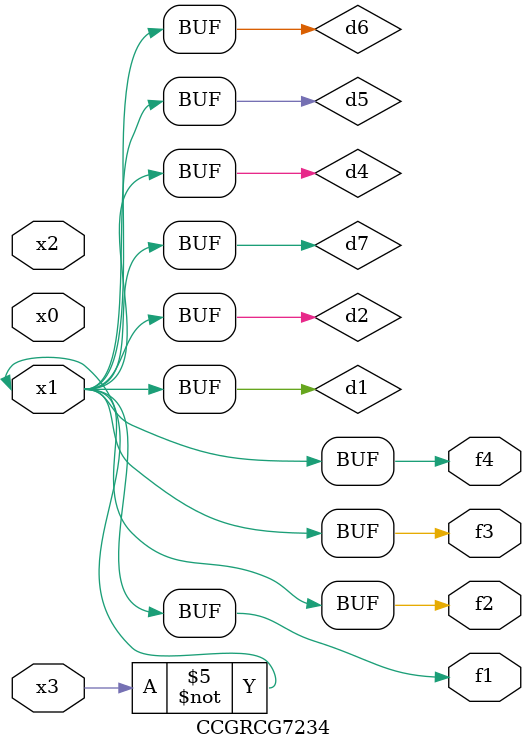
<source format=v>
module CCGRCG7234(
	input x0, x1, x2, x3,
	output f1, f2, f3, f4
);

	wire d1, d2, d3, d4, d5, d6, d7;

	not (d1, x3);
	buf (d2, x1);
	xnor (d3, d1, d2);
	nor (d4, d1);
	buf (d5, d1, d2);
	buf (d6, d4, d5);
	nand (d7, d4);
	assign f1 = d6;
	assign f2 = d7;
	assign f3 = d6;
	assign f4 = d6;
endmodule

</source>
